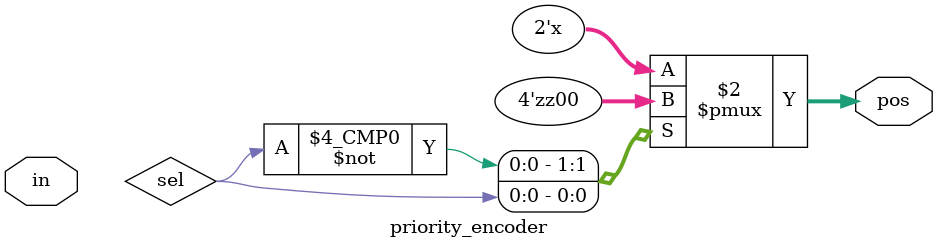
<source format=v>
module priority_encoder( 
input [2:0] in,
output reg [1:0] pos ); 
// When sel=1, assign b to out
always @ (in or sel)
begin
	case(sel)
	3'b000: pos=2'bzz;	// all inputs low
	3'b001: pos=2'b00;	// only bit 0 set
	3'b010: pos=2'b01;	// only bit 1 set
	3'b011: pos=2'b10;	// only bit 2 set
	3'b100: pos=2'b11;	// only bit 3 set
	3'b101: pos=2'b00;	// bit 0 & 2 set
	3'b110: pos=2'b01;	// bit 1 & 2 set
	3'b111: pos=2'b11;	// bit 3 set
	endcase
end
endmodule

</source>
